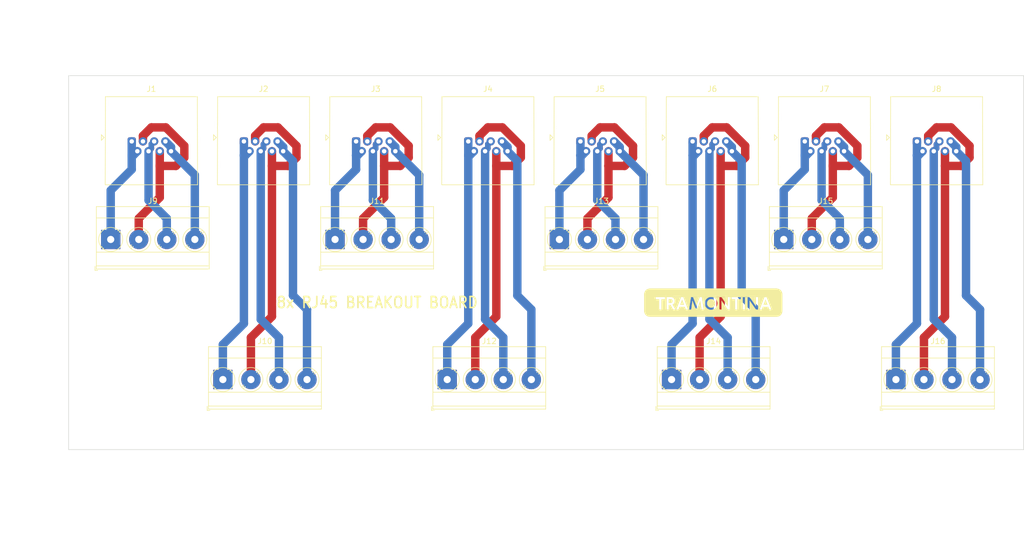
<source format=kicad_pcb>
(kicad_pcb (version 20211014) (generator pcbnew)
  (title_block (title "ESP 6 Relay Module"))
  (layers (0 "F.Cu" signal) (31 "B.Cu" signal) (34 "B.Paste" user) (35 "F.Paste" user) (36 "B.SilkS" user "B.Silkscreen") (37 "F.SilkS" user "F.Silkscreen") (38 "B.Mask" user) (39 "F.Mask" user) (44 "Edge.Cuts" user))
  (net 0 "")
  (net 1 "Net-(J1-Pad1)")
  (net 2 "Net-(J1-Pad3)")
  (net 3 "Net-(J1-Pad4)")
  (net 4 "Net-(J1-Pad7)")
  (net 5 "Net-(J10-Pad4)")
  (net 6 "Net-(J10-Pad2)")
  (net 7 "Net-(J10-Pad3)")
  (net 8 "Net-(J10-Pad1)")
  (net 9 "Net-(J11-Pad1)")
  (net 10 "Net-(J11-Pad2)")
  (net 11 "Net-(J11-Pad3)")
  (net 12 "Net-(J11-Pad4)")
  (net 13 "Net-(J12-Pad4)")
  (net 14 "Net-(J12-Pad2)")
  (net 15 "Net-(J12-Pad3)")
  (net 16 "Net-(J12-Pad1)")
  (net 17 "Net-(J13-Pad1)")
  (net 18 "Net-(J13-Pad2)")
  (net 19 "Net-(J13-Pad3)")
  (net 20 "Net-(J13-Pad4)")
  (net 21 "Net-(J14-Pad4)")
  (net 22 "Net-(J14-Pad2)")
  (net 23 "Net-(J14-Pad3)")
  (net 24 "Net-(J14-Pad1)")
  (net 25 "Net-(J15-Pad1)")
  (net 26 "Net-(J15-Pad2)")
  (net 27 "Net-(J15-Pad3)")
  (net 28 "Net-(J15-Pad4)")
  (net 29 "Net-(J16-Pad4)")
  (net 30 "Net-(J16-Pad2)")
  (net 31 "Net-(J16-Pad3)")
  (net 32 "Net-(J16-Pad1)")
  (footprint "Tales:RJ45_Amphenol_RJHSE5080" (layer "F.Cu") (at 76.2 76.2)
    (fp_text reference "J1" (at 3.56 -9.5) (layer "F.SilkS"))
    (fp_text value "RJ45")
    (pad "" np_thru_hole circle locked (at 9.91 -2.54) (size 3.25 3.25) (drill 3.25) (layers *.Cu *.Mask))
    (pad "" np_thru_hole circle locked (at -2.79 -2.54) (size 3.25 3.25) (drill 3.25) (layers *.Cu *.Mask))
    (pad "1" thru_hole roundrect locked (at 0 0) (size 1.5 1.5) (drill 0.8) (layers *.Cu *.Mask) (net 1 "Net-(J1-Pad1)"))
    (pad "2" thru_hole circle locked (at 1.016 1.78) (size 1.5 1.5) (drill 0.8) (layers *.Cu *.Mask) (net 1 "Net-(J1-Pad1)"))
    (pad "3" thru_hole circle locked (at 2.032 0) (size 1.5 1.5) (drill 0.8) (layers *.Cu *.Mask) (net 2 "Net-(J1-Pad3)"))
    (pad "4" thru_hole circle locked (at 3.048 1.78) (size 1.5 1.5) (drill 0.8) (layers *.Cu *.Mask) (net 3 "Net-(J1-Pad4)"))
    (pad "5" thru_hole circle locked (at 4.064 0) (size 1.5 1.5) (drill 0.8) (layers *.Cu *.Mask) (net 3 "Net-(J1-Pad4)"))
    (pad "6" thru_hole circle locked (at 5.08 1.78) (size 1.5 1.5) (drill 0.8) (layers *.Cu *.Mask) (net 2 "Net-(J1-Pad3)"))
    (pad "7" thru_hole circle locked (at 6.096 0) (size 1.5 1.5) (drill 0.8) (layers *.Cu *.Mask) (net 4 "Net-(J1-Pad7)"))
    (pad "8" thru_hole circle locked (at 7.112 1.78) (size 1.5 1.5) (drill 0.8) (layers *.Cu *.Mask) (net 4 "Net-(J1-Pad7)"))
  )
  (footprint "Tales:RJ45_Amphenol_RJHSE5080" (layer "F.Cu") (at 116.84 76.2)
    (fp_text reference "J3" (at 3.56 -9.5) (layer "F.SilkS"))
    (fp_text value "RJ45")
    (pad "" np_thru_hole circle locked (at -2.79 -2.54) (size 3.25 3.25) (drill 3.25) (layers *.Cu *.Mask))
    (pad "" np_thru_hole circle locked (at 9.91 -2.54) (size 3.25 3.25) (drill 3.25) (layers *.Cu *.Mask))
    (pad "1" thru_hole roundrect locked (at 0 0) (size 1.5 1.5) (drill 0.8) (layers *.Cu *.Mask) (net 9 "Net-(J11-Pad1)"))
    (pad "2" thru_hole circle locked (at 1.016 1.78) (size 1.5 1.5) (drill 0.8) (layers *.Cu *.Mask) (net 9 "Net-(J11-Pad1)"))
    (pad "3" thru_hole circle locked (at 2.032 0) (size 1.5 1.5) (drill 0.8) (layers *.Cu *.Mask) (net 10 "Net-(J11-Pad2)"))
    (pad "4" thru_hole circle locked (at 3.048 1.78) (size 1.5 1.5) (drill 0.8) (layers *.Cu *.Mask) (net 11 "Net-(J11-Pad3)"))
    (pad "5" thru_hole circle locked (at 4.064 0) (size 1.5 1.5) (drill 0.8) (layers *.Cu *.Mask) (net 11 "Net-(J11-Pad3)"))
    (pad "6" thru_hole circle locked (at 5.08 1.78) (size 1.5 1.5) (drill 0.8) (layers *.Cu *.Mask) (net 10 "Net-(J11-Pad2)"))
    (pad "7" thru_hole circle locked (at 6.096 0) (size 1.5 1.5) (drill 0.8) (layers *.Cu *.Mask) (net 12 "Net-(J11-Pad4)"))
    (pad "8" thru_hole circle locked (at 7.112 1.78) (size 1.5 1.5) (drill 0.8) (layers *.Cu *.Mask) (net 12 "Net-(J11-Pad4)"))
  )
  (footprint "Tales:RJ45_Amphenol_RJHSE5080" (layer "F.Cu") (at 137.16 76.2)
    (fp_text reference "J4" (at 3.56 -9.5) (layer "F.SilkS"))
    (fp_text value "RJ45")
    (pad "" np_thru_hole circle locked (at 9.91 -2.54) (size 3.25 3.25) (drill 3.25) (layers *.Cu *.Mask))
    (pad "" np_thru_hole circle locked (at -2.79 -2.54) (size 3.25 3.25) (drill 3.25) (layers *.Cu *.Mask))
    (pad "1" thru_hole roundrect locked (at 0 0) (size 1.5 1.5) (drill 0.8) (layers *.Cu *.Mask) (net 16 "Net-(J12-Pad1)"))
    (pad "2" thru_hole circle locked (at 1.016 1.78) (size 1.5 1.5) (drill 0.8) (layers *.Cu *.Mask) (net 16 "Net-(J12-Pad1)"))
    (pad "3" thru_hole circle locked (at 2.032 0) (size 1.5 1.5) (drill 0.8) (layers *.Cu *.Mask) (net 14 "Net-(J12-Pad2)"))
    (pad "4" thru_hole circle locked (at 3.048 1.78) (size 1.5 1.5) (drill 0.8) (layers *.Cu *.Mask) (net 15 "Net-(J12-Pad3)"))
    (pad "5" thru_hole circle locked (at 4.064 0) (size 1.5 1.5) (drill 0.8) (layers *.Cu *.Mask) (net 15 "Net-(J12-Pad3)"))
    (pad "6" thru_hole circle locked (at 5.08 1.78) (size 1.5 1.5) (drill 0.8) (layers *.Cu *.Mask) (net 14 "Net-(J12-Pad2)"))
    (pad "7" thru_hole circle locked (at 6.096 0) (size 1.5 1.5) (drill 0.8) (layers *.Cu *.Mask) (net 13 "Net-(J12-Pad4)"))
    (pad "8" thru_hole circle locked (at 7.112 1.78) (size 1.5 1.5) (drill 0.8) (layers *.Cu *.Mask) (net 13 "Net-(J12-Pad4)"))
  )
  (footprint "Tales:RJ45_Amphenol_RJHSE5080" (layer "F.Cu") (at 157.48 76.2)
    (fp_text reference "J5" (at 3.56 -9.5) (layer "F.SilkS"))
    (fp_text value "RJ45")
    (pad "" np_thru_hole circle locked (at 9.91 -2.54) (size 3.25 3.25) (drill 3.25) (layers *.Cu *.Mask))
    (pad "" np_thru_hole circle locked (at -2.79 -2.54) (size 3.25 3.25) (drill 3.25) (layers *.Cu *.Mask))
    (pad "1" thru_hole roundrect locked (at 0 0) (size 1.5 1.5) (drill 0.8) (layers *.Cu *.Mask) (net 17 "Net-(J13-Pad1)"))
    (pad "2" thru_hole circle locked (at 1.016 1.78) (size 1.5 1.5) (drill 0.8) (layers *.Cu *.Mask) (net 17 "Net-(J13-Pad1)"))
    (pad "3" thru_hole circle locked (at 2.032 0) (size 1.5 1.5) (drill 0.8) (layers *.Cu *.Mask) (net 18 "Net-(J13-Pad2)"))
    (pad "4" thru_hole circle locked (at 3.048 1.78) (size 1.5 1.5) (drill 0.8) (layers *.Cu *.Mask) (net 19 "Net-(J13-Pad3)"))
    (pad "5" thru_hole circle locked (at 4.064 0) (size 1.5 1.5) (drill 0.8) (layers *.Cu *.Mask) (net 19 "Net-(J13-Pad3)"))
    (pad "6" thru_hole circle locked (at 5.08 1.78) (size 1.5 1.5) (drill 0.8) (layers *.Cu *.Mask) (net 18 "Net-(J13-Pad2)"))
    (pad "7" thru_hole circle locked (at 6.096 0) (size 1.5 1.5) (drill 0.8) (layers *.Cu *.Mask) (net 20 "Net-(J13-Pad4)"))
    (pad "8" thru_hole circle locked (at 7.112 1.78) (size 1.5 1.5) (drill 0.8) (layers *.Cu *.Mask) (net 20 "Net-(J13-Pad4)"))
  )
  (footprint "Tales:RJ45_Amphenol_RJHSE5080" (layer "F.Cu") (at 177.8 76.2)
    (fp_text reference "J6" (at 3.56 -9.5) (layer "F.SilkS"))
    (fp_text value "RJ45")
    (pad "" np_thru_hole circle locked (at 9.91 -2.54) (size 3.25 3.25) (drill 3.25) (layers *.Cu *.Mask))
    (pad "" np_thru_hole circle locked (at -2.79 -2.54) (size 3.25 3.25) (drill 3.25) (layers *.Cu *.Mask))
    (pad "1" thru_hole roundrect locked (at 0 0) (size 1.5 1.5) (drill 0.8) (layers *.Cu *.Mask) (net 24 "Net-(J14-Pad1)"))
    (pad "2" thru_hole circle locked (at 1.016 1.78) (size 1.5 1.5) (drill 0.8) (layers *.Cu *.Mask) (net 24 "Net-(J14-Pad1)"))
    (pad "3" thru_hole circle locked (at 2.032 0) (size 1.5 1.5) (drill 0.8) (layers *.Cu *.Mask) (net 22 "Net-(J14-Pad2)"))
    (pad "4" thru_hole circle locked (at 3.048 1.78) (size 1.5 1.5) (drill 0.8) (layers *.Cu *.Mask) (net 23 "Net-(J14-Pad3)"))
    (pad "5" thru_hole circle locked (at 4.064 0) (size 1.5 1.5) (drill 0.8) (layers *.Cu *.Mask) (net 23 "Net-(J14-Pad3)"))
    (pad "6" thru_hole circle locked (at 5.08 1.78) (size 1.5 1.5) (drill 0.8) (layers *.Cu *.Mask) (net 22 "Net-(J14-Pad2)"))
    (pad "7" thru_hole circle locked (at 6.096 0) (size 1.5 1.5) (drill 0.8) (layers *.Cu *.Mask) (net 21 "Net-(J14-Pad4)"))
    (pad "8" thru_hole circle locked (at 7.112 1.78) (size 1.5 1.5) (drill 0.8) (layers *.Cu *.Mask) (net 21 "Net-(J14-Pad4)"))
  )
  (footprint "Tales:RJ45_Amphenol_RJHSE5080" (layer "F.Cu") (at 198.12 76.2)
    (fp_text reference "J7" (at 3.56 -9.5) (layer "F.SilkS"))
    (fp_text value "RJ45")
    (pad "" np_thru_hole circle locked (at 9.91 -2.54) (size 3.25 3.25) (drill 3.25) (layers *.Cu *.Mask))
    (pad "" np_thru_hole circle locked (at -2.79 -2.54) (size 3.25 3.25) (drill 3.25) (layers *.Cu *.Mask))
    (pad "1" thru_hole roundrect locked (at 0 0) (size 1.5 1.5) (drill 0.8) (layers *.Cu *.Mask) (net 25 "Net-(J15-Pad1)"))
    (pad "2" thru_hole circle locked (at 1.016 1.78) (size 1.5 1.5) (drill 0.8) (layers *.Cu *.Mask) (net 25 "Net-(J15-Pad1)"))
    (pad "3" thru_hole circle locked (at 2.032 0) (size 1.5 1.5) (drill 0.8) (layers *.Cu *.Mask) (net 26 "Net-(J15-Pad2)"))
    (pad "4" thru_hole circle locked (at 3.048 1.78) (size 1.5 1.5) (drill 0.8) (layers *.Cu *.Mask) (net 27 "Net-(J15-Pad3)"))
    (pad "5" thru_hole circle locked (at 4.064 0) (size 1.5 1.5) (drill 0.8) (layers *.Cu *.Mask) (net 27 "Net-(J15-Pad3)"))
    (pad "6" thru_hole circle locked (at 5.08 1.78) (size 1.5 1.5) (drill 0.8) (layers *.Cu *.Mask) (net 26 "Net-(J15-Pad2)"))
    (pad "7" thru_hole circle locked (at 6.096 0) (size 1.5 1.5) (drill 0.8) (layers *.Cu *.Mask) (net 28 "Net-(J15-Pad4)"))
    (pad "8" thru_hole circle locked (at 7.112 1.78) (size 1.5 1.5) (drill 0.8) (layers *.Cu *.Mask) (net 28 "Net-(J15-Pad4)"))
  )
  (footprint "Tales:RJ45_Amphenol_RJHSE5080" (layer "F.Cu") (at 218.44 76.2)
    (fp_text reference "J8" (at 3.56 -9.5) (layer "F.SilkS"))
    (fp_text value "RJ45")
    (pad "" np_thru_hole circle locked (at -2.79 -2.54) (size 3.25 3.25) (drill 3.25) (layers *.Cu *.Mask))
    (pad "" np_thru_hole circle locked (at 9.91 -2.54) (size 3.25 3.25) (drill 3.25) (layers *.Cu *.Mask))
    (pad "1" thru_hole roundrect locked (at 0 0) (size 1.5 1.5) (drill 0.8) (layers *.Cu *.Mask) (net 32 "Net-(J16-Pad1)"))
    (pad "2" thru_hole circle locked (at 1.016 1.78) (size 1.5 1.5) (drill 0.8) (layers *.Cu *.Mask) (net 32 "Net-(J16-Pad1)"))
    (pad "3" thru_hole circle locked (at 2.032 0) (size 1.5 1.5) (drill 0.8) (layers *.Cu *.Mask) (net 30 "Net-(J16-Pad2)"))
    (pad "4" thru_hole circle locked (at 3.048 1.78) (size 1.5 1.5) (drill 0.8) (layers *.Cu *.Mask) (net 31 "Net-(J16-Pad3)"))
    (pad "5" thru_hole circle locked (at 4.064 0) (size 1.5 1.5) (drill 0.8) (layers *.Cu *.Mask) (net 31 "Net-(J16-Pad3)"))
    (pad "6" thru_hole circle locked (at 5.08 1.78) (size 1.5 1.5) (drill 0.8) (layers *.Cu *.Mask) (net 30 "Net-(J16-Pad2)"))
    (pad "7" thru_hole circle locked (at 6.096 0) (size 1.5 1.5) (drill 0.8) (layers *.Cu *.Mask) (net 29 "Net-(J16-Pad4)"))
    (pad "8" thru_hole circle locked (at 7.112 1.78) (size 1.5 1.5) (drill 0.8) (layers *.Cu *.Mask) (net 29 "Net-(J16-Pad4)"))
  )
  (footprint "Tales:TerminalBlock_Phoenix_MKDS-3-4-5.08_1x04_P5.08mm_Horizontal" (layer "F.Cu") (at 92.71 119.38)
    (fp_text reference "J10" (at 7.62 -6.96) (layer "F.SilkS"))
    (fp_text value "Screw_Terminal_01x04")
    (pad "1" thru_hole rect locked (at 0 0) (size 3.5 3.5) (drill 1.3) (layers *.Cu *.Mask) (net 8 "Net-(J10-Pad1)"))
    (pad "2" thru_hole circle locked (at 5.08 0) (size 3.5 3.5) (drill 1.3) (layers *.Cu *.Mask) (net 6 "Net-(J10-Pad2)"))
    (pad "3" thru_hole circle locked (at 10.16 0) (size 3.5 3.5) (drill 1.3) (layers *.Cu *.Mask) (net 7 "Net-(J10-Pad3)"))
    (pad "4" thru_hole circle locked (at 15.24 0) (size 3.5 3.5) (drill 1.3) (layers *.Cu *.Mask) (net 5 "Net-(J10-Pad4)"))
  )
  (footprint "Tales:TerminalBlock_Phoenix_MKDS-3-4-5.08_1x04_P5.08mm_Horizontal" (layer "F.Cu") (at 113.03 93.98)
    (fp_text reference "J11" (at 7.62 -6.96) (layer "F.SilkS"))
    (fp_text value "Screw_Terminal_01x04")
    (pad "1" thru_hole rect locked (at 0 0) (size 3.5 3.5) (drill 1.3) (layers *.Cu *.Mask) (net 9 "Net-(J11-Pad1)"))
    (pad "2" thru_hole circle locked (at 5.08 0) (size 3.5 3.5) (drill 1.3) (layers *.Cu *.Mask) (net 10 "Net-(J11-Pad2)"))
    (pad "3" thru_hole circle locked (at 10.16 0) (size 3.5 3.5) (drill 1.3) (layers *.Cu *.Mask) (net 11 "Net-(J11-Pad3)"))
    (pad "4" thru_hole circle locked (at 15.24 0) (size 3.5 3.5) (drill 1.3) (layers *.Cu *.Mask) (net 12 "Net-(J11-Pad4)"))
  )
  (footprint "Tales:TerminalBlock_Phoenix_MKDS-3-4-5.08_1x04_P5.08mm_Horizontal" (layer "F.Cu") (at 133.35 119.38)
    (fp_text reference "J12" (at 7.62 -6.96) (layer "F.SilkS"))
    (fp_text value "Screw_Terminal_01x04")
    (pad "1" thru_hole rect locked (at 0 0) (size 3.5 3.5) (drill 1.3) (layers *.Cu *.Mask) (net 16 "Net-(J12-Pad1)"))
    (pad "2" thru_hole circle locked (at 5.08 0) (size 3.5 3.5) (drill 1.3) (layers *.Cu *.Mask) (net 14 "Net-(J12-Pad2)"))
    (pad "3" thru_hole circle locked (at 10.16 0) (size 3.5 3.5) (drill 1.3) (layers *.Cu *.Mask) (net 15 "Net-(J12-Pad3)"))
    (pad "4" thru_hole circle locked (at 15.24 0) (size 3.5 3.5) (drill 1.3) (layers *.Cu *.Mask) (net 13 "Net-(J12-Pad4)"))
  )
  (footprint "Tales:TerminalBlock_Phoenix_MKDS-3-4-5.08_1x04_P5.08mm_Horizontal" (layer "F.Cu") (at 153.67 93.98)
    (fp_text reference "J13" (at 7.62 -6.96) (layer "F.SilkS"))
    (fp_text value "Screw_Terminal_01x04")
    (pad "1" thru_hole rect locked (at 0 0) (size 3.5 3.5) (drill 1.3) (layers *.Cu *.Mask) (net 17 "Net-(J13-Pad1)"))
    (pad "2" thru_hole circle locked (at 5.08 0) (size 3.5 3.5) (drill 1.3) (layers *.Cu *.Mask) (net 18 "Net-(J13-Pad2)"))
    (pad "3" thru_hole circle locked (at 10.16 0) (size 3.5 3.5) (drill 1.3) (layers *.Cu *.Mask) (net 19 "Net-(J13-Pad3)"))
    (pad "4" thru_hole circle locked (at 15.24 0) (size 3.5 3.5) (drill 1.3) (layers *.Cu *.Mask) (net 20 "Net-(J13-Pad4)"))
  )
  (footprint "Tales:TerminalBlock_Phoenix_MKDS-3-4-5.08_1x04_P5.08mm_Horizontal" (layer "F.Cu") (at 173.99 119.38)
    (fp_text reference "J14" (at 7.62 -6.96) (layer "F.SilkS"))
    (fp_text value "Screw_Terminal_01x04")
    (pad "1" thru_hole rect locked (at 0 0) (size 3.5 3.5) (drill 1.3) (layers *.Cu *.Mask) (net 24 "Net-(J14-Pad1)"))
    (pad "2" thru_hole circle locked (at 5.08 0) (size 3.5 3.5) (drill 1.3) (layers *.Cu *.Mask) (net 22 "Net-(J14-Pad2)"))
    (pad "3" thru_hole circle locked (at 10.16 0) (size 3.5 3.5) (drill 1.3) (layers *.Cu *.Mask) (net 23 "Net-(J14-Pad3)"))
    (pad "4" thru_hole circle locked (at 15.24 0) (size 3.5 3.5) (drill 1.3) (layers *.Cu *.Mask) (net 21 "Net-(J14-Pad4)"))
  )
  (footprint "Tales:TerminalBlock_Phoenix_MKDS-3-4-5.08_1x04_P5.08mm_Horizontal" (layer "F.Cu") (at 194.31 93.98)
    (fp_text reference "J15" (at 7.62 -6.96) (layer "F.SilkS"))
    (fp_text value "Screw_Terminal_01x04")
    (pad "1" thru_hole rect locked (at 0 0) (size 3.5 3.5) (drill 1.3) (layers *.Cu *.Mask) (net 25 "Net-(J15-Pad1)"))
    (pad "2" thru_hole circle locked (at 5.08 0) (size 3.5 3.5) (drill 1.3) (layers *.Cu *.Mask) (net 26 "Net-(J15-Pad2)"))
    (pad "3" thru_hole circle locked (at 10.16 0) (size 3.5 3.5) (drill 1.3) (layers *.Cu *.Mask) (net 27 "Net-(J15-Pad3)"))
    (pad "4" thru_hole circle locked (at 15.24 0) (size 3.5 3.5) (drill 1.3) (layers *.Cu *.Mask) (net 28 "Net-(J15-Pad4)"))
  )
  (footprint "Tales:TerminalBlock_Phoenix_MKDS-3-4-5.08_1x04_P5.08mm_Horizontal" (layer "F.Cu") (at 214.63 119.38)
    (fp_text reference "J16" (at 7.62 -6.96) (layer "F.SilkS"))
    (fp_text value "Screw_Terminal_01x04")
    (pad "1" thru_hole rect locked (at 0 0) (size 3.5 3.5) (drill 1.3) (layers *.Cu *.Mask) (net 32 "Net-(J16-Pad1)"))
    (pad "2" thru_hole circle locked (at 5.08 0) (size 3.5 3.5) (drill 1.3) (layers *.Cu *.Mask) (net 30 "Net-(J16-Pad2)"))
    (pad "3" thru_hole circle locked (at 10.16 0) (size 3.5 3.5) (drill 1.3) (layers *.Cu *.Mask) (net 31 "Net-(J16-Pad3)"))
    (pad "4" thru_hole circle locked (at 15.24 0) (size 3.5 3.5) (drill 1.3) (layers *.Cu *.Mask) (net 29 "Net-(J16-Pad4)"))
  )
  (footprint "Tales:RJ45_Amphenol_RJHSE5080" (layer "F.Cu") (at 96.52 76.2)
    (fp_text reference "J2" (at 3.56 -9.5) (layer "F.SilkS"))
    (fp_text value "RJ45")
    (pad "" np_thru_hole circle locked (at 9.91 -2.54) (size 3.25 3.25) (drill 3.25) (layers *.Cu *.Mask))
    (pad "" np_thru_hole circle locked (at -2.79 -2.54) (size 3.25 3.25) (drill 3.25) (layers *.Cu *.Mask))
    (pad "1" thru_hole roundrect locked (at 0 0) (size 1.5 1.5) (drill 0.8) (layers *.Cu *.Mask) (net 8 "Net-(J10-Pad1)"))
    (pad "2" thru_hole circle locked (at 1.016 1.78) (size 1.5 1.5) (drill 0.8) (layers *.Cu *.Mask) (net 8 "Net-(J10-Pad1)"))
    (pad "3" thru_hole circle locked (at 2.032 0) (size 1.5 1.5) (drill 0.8) (layers *.Cu *.Mask) (net 6 "Net-(J10-Pad2)"))
    (pad "4" thru_hole circle locked (at 3.048 1.78) (size 1.5 1.5) (drill 0.8) (layers *.Cu *.Mask) (net 7 "Net-(J10-Pad3)"))
    (pad "5" thru_hole circle locked (at 4.064 0) (size 1.5 1.5) (drill 0.8) (layers *.Cu *.Mask) (net 7 "Net-(J10-Pad3)"))
    (pad "6" thru_hole circle locked (at 5.08 1.78) (size 1.5 1.5) (drill 0.8) (layers *.Cu *.Mask) (net 6 "Net-(J10-Pad2)"))
    (pad "7" thru_hole circle locked (at 6.096 0) (size 1.5 1.5) (drill 0.8) (layers *.Cu *.Mask) (net 5 "Net-(J10-Pad4)"))
    (pad "8" thru_hole circle locked (at 7.112 1.78) (size 1.5 1.5) (drill 0.8) (layers *.Cu *.Mask) (net 5 "Net-(J10-Pad4)"))
  )
  (footprint "Tales:TerminalBlock_Phoenix_MKDS-3-4-5.08_1x04_P5.08mm_Horizontal" (layer "F.Cu") (at 72.39 93.98)
    (fp_text reference "J9" (at 7.62 -6.96) (layer "F.SilkS"))
    (fp_text value "Screw_Terminal_01x04")
    (pad "1" thru_hole rect locked (at 0 0) (size 3.5 3.5) (drill 1.3) (layers *.Cu *.Mask) (net 1 "Net-(J1-Pad1)"))
    (pad "2" thru_hole circle locked (at 5.08 0) (size 3.5 3.5) (drill 1.3) (layers *.Cu *.Mask) (net 2 "Net-(J1-Pad3)"))
    (pad "3" thru_hole circle locked (at 10.16 0) (size 3.5 3.5) (drill 1.3) (layers *.Cu *.Mask) (net 3 "Net-(J1-Pad4)"))
    (pad "4" thru_hole circle locked (at 15.24 0) (size 3.5 3.5) (drill 1.3) (layers *.Cu *.Mask) (net 4 "Net-(J1-Pad7)"))
  )
  (footprint "Tales:Logo_Tramontina_25mm" (layer "F.Cu") (at 181.61 105.41)
    (fp_text reference "REF**" hide)
    (fp_text value "Logo_Tramontina_25mm" hide)
  )
  (gr_line (start 64.77 132.08) (end 237.77 132.08) (layer "Edge.Cuts") (width 0.1))
  (gr_line (start 237.77 64.28) (end 64.77 64.28) (layer "Edge.Cuts") (width 0.1))
  (gr_line (start 64.77 64.28) (end 64.77 132.08) (layer "Edge.Cuts") (width 0.1))
  (gr_line (start 237.77 132.08) (end 237.77 64.28) (layer "Edge.Cuts") (width 0.1))
  (gr_text "8x RJ45 BREAKOUT BOARD" (at 120.65 105.41) (layer "F.SilkS") (effects (font (size 2 1.8) (thickness 0.3))))
  (segment (start 76.456 78.74) (end 76.2 78.74) (width 1.524) (layer "B.Cu") (net 1))
  (segment (start 76.2 78.74) (end 76.2 76.2) (width 1.524) (layer "B.Cu") (net 1))
  (segment (start 77.216 77.98) (end 76.456 78.74) (width 1.524) (layer "B.Cu") (net 1))
  (segment (start 72.39 85.09) (end 72.39 93.98) (width 1.524) (layer "B.Cu") (net 1))
  (segment (start 76.2 81.28) (end 72.39 85.09) (width 1.524) (layer "B.Cu") (net 1))
  (segment (start 76.2 81.28) (end 76.2 78.74) (width 1.524) (layer "B.Cu") (net 1))
  (segment (start 78.232 76.2) (end 78.232 75.184) (width 1.524) (layer "F.Cu") (net 2))
  (segment (start 82.369682 73.66) (end 85.725 77.015318) (width 1.524) (layer "F.Cu") (net 2))
  (segment (start 84.201 80.645) (end 81.28 80.645) (width 1.524) (layer "F.Cu") (net 2))
  (segment (start 81.28 86.36) (end 81.28 80.645) (width 1.524) (layer "F.Cu") (net 2))
  (segment (start 77.47 93.98) (end 77.47 90.17) (width 1.524) (layer "F.Cu") (net 2))
  (segment (start 79.756 73.66) (end 82.369682 73.66) (width 1.524) (layer "F.Cu") (net 2))
  (segment (start 78.232 75.184) (end 79.756 73.66) (width 1.524) (layer "F.Cu") (net 2))
  (segment (start 85.725 79.121) (end 84.201 80.645) (width 1.524) (layer "F.Cu") (net 2))
  (segment (start 77.47 90.17) (end 81.28 86.36) (width 1.524) (layer "F.Cu") (net 2))
  (segment (start 85.725 77.015318) (end 85.725 79.121) (width 1.524) (layer "F.Cu") (net 2))
  (segment (start 81.28 80.645) (end 81.28 77.98) (width 1.524) (layer "F.Cu") (net 2))
  (segment (start 79.744001 76.719999) (end 80.264 76.2) (width 1.016) (layer "F.Cu") (net 3))
  (segment (start 79.248 77.98) (end 79.744001 77.483999) (width 1.016) (layer "F.Cu") (net 3))
  (segment (start 79.744001 77.483999) (end 79.744001 76.719999) (width 1.016) (layer "F.Cu") (net 3))
  (segment (start 79.744001 77.483999) (end 79.744001 76.719999) (width 1.016) (layer "B.Cu") (net 3))
  (segment (start 79.248 77.98) (end 79.744001 77.483999) (width 1.016) (layer "B.Cu") (net 3))
  (segment (start 79.744001 76.719999) (end 80.264 76.2) (width 1.016) (layer "B.Cu") (net 3))
  (segment (start 79.248 77.98) (end 79.248 86.868) (width 1.524) (layer "B.Cu") (net 3))
  (segment (start 79.248 86.868) (end 82.55 90.17) (width 1.524) (layer "B.Cu") (net 3))
  (segment (start 82.55 90.17) (end 82.55 93.98) (width 1.524) (layer "B.Cu") (net 3))
  (segment (start 83.312 77.98) (end 83.312 77.216) (width 1.524) (layer "B.Cu") (net 4))
  (segment (start 83.312 77.216) (end 82.296 76.2) (width 1.524) (layer "B.Cu") (net 4))
  (segment (start 87.63 82.298) (end 87.63 93.98) (width 1.524) (layer "B.Cu") (net 4))
  (segment (start 83.312 77.98) (end 87.63 82.298) (width 1.524) (layer "B.Cu") (net 4))
  (segment (start 107.95 119.38) (end 107.95 106.68) (width 1.524) (layer "B.Cu") (net 5))
  (segment (start 105.41 104.14) (end 105.41 79.758) (width 1.524) (layer "B.Cu") (net 5))
  (segment (start 103.632 77.98) (end 103.632 77.216) (width 1.524) (layer "B.Cu") (net 5))
  (segment (start 103.632 77.216) (end 102.616 76.2) (width 1.524) (layer "B.Cu") (net 5))
  (segment (start 105.41 79.758) (end 103.632 77.98) (width 1.524) (layer "B.Cu") (net 5))
  (segment (start 107.95 106.68) (end 105.41 104.14) (width 1.524) (layer "B.Cu") (net 5))
  (segment (start 98.552 76.2) (end 98.552 75.184) (width 1.524) (layer "F.Cu") (net 6))
  (segment (start 98.552 75.184) (end 100.076 73.66) (width 1.524) (layer "F.Cu") (net 6))
  (segment (start 100.076 73.66) (end 102.689682 73.66) (width 1.524) (layer "F.Cu") (net 6))
  (segment (start 104.521 80.645) (end 101.6 80.645) (width 1.524) (layer "F.Cu") (net 6))
  (segment (start 102.689682 73.66) (end 106.045 77.015318) (width 1.524) (layer "F.Cu") (net 6))
  (segment (start 106.045 79.121) (end 104.521 80.645) (width 1.524) (layer "F.Cu") (net 6))
  (segment (start 106.045 77.015318) (end 106.045 79.121) (width 1.524) (layer "F.Cu") (net 6))
  (segment (start 101.6 107.95) (end 101.6 77.98) (width 1.524) (layer "F.Cu") (net 6))
  (segment (start 97.79 119.38) (end 97.79 111.76) (width 1.524) (layer "F.Cu") (net 6))
  (segment (start 97.79 111.76) (end 101.6 107.95) (width 1.524) (layer "F.Cu") (net 6))
  (segment (start 100.064001 76.719999) (end 100.584 76.2) (width 1.016) (layer "F.Cu") (net 7))
  (segment (start 99.568 77.98) (end 100.064001 77.483999) (width 1.016) (layer "F.Cu") (net 7))
  (segment (start 100.064001 77.483999) (end 100.064001 76.719999) (width 1.016) (layer "F.Cu") (net 7))
  (segment (start 102.87 111.76) (end 102.87 119.38) (width 1.524) (layer "B.Cu") (net 7))
  (segment (start 99.568 108.458) (end 102.87 111.76) (width 1.524) (layer "B.Cu") (net 7))
  (segment (start 100.064001 77.483999) (end 100.064001 76.719999) (width 1.016) (layer "B.Cu") (net 7))
  (segment (start 100.064001 76.719999) (end 100.584 76.2) (width 1.016) (layer "B.Cu") (net 7))
  (segment (start 99.568 108.458) (end 99.568 77.98) (width 1.524) (layer "B.Cu") (net 7))
  (segment (start 99.568 77.98) (end 100.064001 77.483999) (width 1.016) (layer "B.Cu") (net 7))
  (segment (start 96.52 109.22) (end 96.52 78.74) (width 1.524) (layer "B.Cu") (net 8))
  (segment (start 97.536 77.98) (end 96.776 78.74) (width 1.524) (layer "B.Cu") (net 8))
  (segment (start 92.71 119.38) (end 92.71 113.03) (width 1.524) (layer "B.Cu") (net 8))
  (segment (start 96.52 78.74) (end 96.52 76.2) (width 1.524) (layer "B.Cu") (net 8))
  (segment (start 92.71 113.03) (end 96.52 109.22) (width 1.524) (layer "B.Cu") (net 8))
  (segment (start 96.776 78.74) (end 96.52 78.74) (width 1.524) (layer "B.Cu") (net 8))
  (segment (start 116.84 81.28) (end 113.03 85.09) (width 1.524) (layer "B.Cu") (net 9))
  (segment (start 116.84 78.74) (end 116.84 76.2) (width 1.524) (layer "B.Cu") (net 9))
  (segment (start 113.03 85.09) (end 113.03 93.98) (width 1.524) (layer "B.Cu") (net 9))
  (segment (start 117.096 78.74) (end 116.84 78.74) (width 1.524) (layer "B.Cu") (net 9))
  (segment (start 116.84 81.28) (end 116.84 78.74) (width 1.524) (layer "B.Cu") (net 9))
  (segment (start 117.856 77.98) (end 117.096 78.74) (width 1.524) (layer "B.Cu") (net 9))
  (segment (start 121.92 80.645) (end 121.92 77.98) (width 1.524) (layer "F.Cu") (net 10))
  (segment (start 121.92 86.36) (end 121.92 80.645) (width 1.524) (layer "F.Cu") (net 10))
  (segment (start 118.872 76.2) (end 118.872 75.184) (width 1.524) (layer "F.Cu") (net 10))
  (segment (start 118.872 75.184) (end 120.396 73.66) (width 1.524) (layer "F.Cu") (net 10))
  (segment (start 120.396 73.66) (end 123.009682 73.66) (width 1.524) (layer "F.Cu") (net 10))
  (segment (start 118.11 93.98) (end 118.11 90.17) (width 1.524) (layer "F.Cu") (net 10))
  (segment (start 118.11 90.17) (end 121.92 86.36) (width 1.524) (layer "F.Cu") (net 10))
  (segment (start 126.365 79.121) (end 124.841 80.645) (width 1.524) (layer "F.Cu") (net 10))
  (segment (start 126.365 77.015318) (end 126.365 79.121) (width 1.524) (layer "F.Cu") (net 10))
  (segment (start 123.009682 73.66) (end 126.365 77.015318) (width 1.524) (layer "F.Cu") (net 10))
  (segment (start 124.841 80.645) (end 121.92 80.645) (width 1.524) (layer "F.Cu") (net 10))
  (segment (start 120.384001 76.719999) (end 120.904 76.2) (width 1.016) (layer "F.Cu") (net 11))
  (segment (start 120.384001 77.483999) (end 120.384001 76.719999) (width 1.016) (layer "F.Cu") (net 11))
  (segment (start 119.888 77.98) (end 120.384001 77.483999) (width 1.016) (layer "F.Cu") (net 11))
  (segment (start 123.19 90.17) (end 123.19 93.98) (width 1.524) (layer "B.Cu") (net 11))
  (segment (start 119.888 86.868) (end 123.19 90.17) (width 1.524) (layer "B.Cu") (net 11))
  (segment (start 119.888 77.98) (end 119.888 86.868) (width 1.524) (layer "B.Cu") (net 11))
  (segment (start 120.384001 77.483999) (end 120.384001 76.719999) (width 1.016) (layer "B.Cu") (net 11))
  (segment (start 119.888 77.98) (end 120.384001 77.483999) (width 1.016) (layer "B.Cu") (net 11))
  (segment (start 120.384001 76.719999) (end 120.904 76.2) (width 1.016) (layer "B.Cu") (net 11))
  (segment (start 123.952 77.98) (end 128.27 82.298) (width 1.524) (layer "B.Cu") (net 12))
  (segment (start 128.27 82.298) (end 128.27 93.98) (width 1.524) (layer "B.Cu") (net 12))
  (segment (start 123.952 77.98) (end 123.952 77.216) (width 1.524) (layer "B.Cu") (net 12))
  (segment (start 123.952 77.216) (end 122.936 76.2) (width 1.524) (layer "B.Cu") (net 12))
  (segment (start 146.05 79.758) (end 144.272 77.98) (width 1.524) (layer "B.Cu") (net 13))
  (segment (start 144.272 77.216) (end 143.256 76.2) (width 1.524) (layer "B.Cu") (net 13))
  (segment (start 148.59 119.38) (end 148.59 106.68) (width 1.524) (layer "B.Cu") (net 13))
  (segment (start 146.05 104.14) (end 146.05 79.758) (width 1.524) (layer "B.Cu") (net 13))
  (segment (start 148.59 106.68) (end 146.05 104.14) (width 1.524) (layer "B.Cu") (net 13))
  (segment (start 144.272 77.98) (end 144.272 77.216) (width 1.524) (layer "B.Cu") (net 13))
  (segment (start 138.43 119.38) (end 138.43 111.76) (width 1.524) (layer "F.Cu") (net 14))
  (segment (start 139.192 75.184) (end 140.716 73.66) (width 1.524) (layer "F.Cu") (net 14))
  (segment (start 138.43 111.76) (end 142.24 107.95) (width 1.524) (layer "F.Cu") (net 14))
  (segment (start 140.716 73.66) (end 143.329682 73.66) (width 1.524) (layer "F.Cu") (net 14))
  (segment (start 142.24 107.95) (end 142.24 77.98) (width 1.524) (layer "F.Cu") (net 14))
  (segment (start 139.192 76.2) (end 139.192 75.184) (width 1.524) (layer "F.Cu") (net 14))
  (segment (start 145.161 80.645) (end 142.24 80.645) (width 1.524) (layer "F.Cu") (net 14))
  (segment (start 143.329682 73.66) (end 146.685 77.015318) (width 1.524) (layer "F.Cu") (net 14))
  (segment (start 146.685 79.121) (end 145.161 80.645) (width 1.524) (layer "F.Cu") (net 14))
  (segment (start 146.685 77.015318) (end 146.685 79.121) (width 1.524) (layer "F.Cu") (net 14))
  (segment (start 140.208 77.98) (end 140.704001 77.483999) (width 1.016) (layer "F.Cu") (net 15))
  (segment (start 140.704001 76.719999) (end 141.224 76.2) (width 1.016) (layer "F.Cu") (net 15))
  (segment (start 140.704001 77.483999) (end 140.704001 76.719999) (width 1.016) (layer "F.Cu") (net 15))
  (segment (start 140.704001 77.483999) (end 140.704001 76.719999) (width 1.016) (layer "B.Cu") (net 15))
  (segment (start 140.208 77.98) (end 140.704001 77.483999) (width 1.016) (layer "B.Cu") (net 15))
  (segment (start 140.704001 76.719999) (end 141.224 76.2) (width 1.016) (layer "B.Cu") (net 15))
  (segment (start 143.51 111.76) (end 143.51 119.38) (width 1.524) (layer "B.Cu") (net 15))
  (segment (start 140.208 108.458) (end 143.51 111.76) (width 1.524) (layer "B.Cu") (net 15))
  (segment (start 140.208 108.458) (end 140.208 77.98) (width 1.524) (layer "B.Cu") (net 15))
  (segment (start 133.35 113.03) (end 137.16 109.22) (width 1.524) (layer "B.Cu") (net 16))
  (segment (start 133.35 119.38) (end 133.35 113.03) (width 1.524) (layer "B.Cu") (net 16))
  (segment (start 137.416 78.74) (end 137.16 78.74) (width 1.524) (layer "B.Cu") (net 16))
  (segment (start 137.16 109.22) (end 137.16 78.74) (width 1.524) (layer "B.Cu") (net 16))
  (segment (start 137.16 78.74) (end 137.16 76.2) (width 1.524) (layer "B.Cu") (net 16))
  (segment (start 138.176 77.98) (end 137.416 78.74) (width 1.524) (layer "B.Cu") (net 16))
  (segment (start 153.67 85.09) (end 153.67 93.98) (width 1.524) (layer "B.Cu") (net 17))
  (segment (start 158.496 77.98) (end 157.736 78.74) (width 1.524) (layer "B.Cu") (net 17))
  (segment (start 157.48 78.74) (end 157.48 76.2) (width 1.524) (layer "B.Cu") (net 17))
  (segment (start 157.48 81.28) (end 157.48 78.74) (width 1.524) (layer "B.Cu") (net 17))
  (segment (start 157.736 78.74) (end 157.48 78.74) (width 1.524) (layer "B.Cu") (net 17))
  (segment (start 157.48 81.28) (end 153.67 85.09) (width 1.524) (layer "B.Cu") (net 17))
  (segment (start 163.649682 73.66) (end 167.005 77.015318) (width 1.524) (layer "F.Cu") (net 18))
  (segment (start 167.005 77.015318) (end 167.005 79.121) (width 1.524) (layer "F.Cu") (net 18))
  (segment (start 167.005 79.121) (end 165.481 80.645) (width 1.524) (layer "F.Cu") (net 18))
  (segment (start 162.56 80.645) (end 162.56 77.98) (width 1.524) (layer "F.Cu") (net 18))
  (segment (start 158.75 90.17) (end 162.56 86.36) (width 1.524) (layer "F.Cu") (net 18))
  (segment (start 159.512 75.184) (end 161.036 73.66) (width 1.524) (layer "F.Cu") (net 18))
  (segment (start 159.512 76.2) (end 159.512 75.184) (width 1.524) (layer "F.Cu") (net 18))
  (segment (start 165.481 80.645) (end 162.56 80.645) (width 1.524) (layer "F.Cu") (net 18))
  (segment (start 158.75 93.98) (end 158.75 90.17) (width 1.524) (layer "F.Cu") (net 18))
  (segment (start 161.036 73.66) (end 163.649682 73.66) (width 1.524) (layer "F.Cu") (net 18))
  (segment (start 162.56 86.36) (end 162.56 80.645) (width 1.524) (layer "F.Cu") (net 18))
  (segment (start 161.024001 76.719999) (end 161.544 76.2) (width 1.016) (layer "F.Cu") (net 19))
  (segment (start 161.024001 77.483999) (end 161.024001 76.719999) (width 1.016) (layer "F.Cu") (net 19))
  (segment (start 160.528 77.98) (end 161.024001 77.483999) (width 1.016) (layer "F.Cu") (net 19))
  (segment (start 161.024001 77.483999) (end 161.024001 76.719999) (width 1.016) (layer "B.Cu") (net 19))
  (segment (start 160.528 77.98) (end 160.528 86.868) (width 1.524) (layer "B.Cu") (net 19))
  (segment (start 163.83 90.17) (end 163.83 93.98) (width 1.524) (layer "B.Cu") (net 19))
  (segment (start 160.528 86.868) (end 163.83 90.17) (width 1.524) (layer "B.Cu") (net 19))
  (segment (start 161.024001 76.719999) (end 161.544 76.2) (width 1.016) (layer "B.Cu") (net 19))
  (segment (start 160.528 77.98) (end 161.024001 77.483999) (width 1.016) (layer "B.Cu") (net 19))
  (segment (start 164.592 77.98) (end 164.592 77.216) (width 1.524) (layer "B.Cu") (net 20))
  (segment (start 164.592 77.216) (end 163.576 76.2) (width 1.524) (layer "B.Cu") (net 20))
  (segment (start 164.592 77.98) (end 168.91 82.298) (width 1.524) (layer "B.Cu") (net 20))
  (segment (start 168.91 82.298) (end 168.91 93.98) (width 1.524) (layer "B.Cu") (net 20))
  (segment (start 184.912 77.98) (end 184.912 77.216) (width 1.524) (layer "B.Cu") (net 21))
  (segment (start 189.23 106.68) (end 186.69 104.14) (width 1.524) (layer "B.Cu") (net 21))
  (segment (start 186.69 104.14) (end 186.69 79.758) (width 1.524) (layer "B.Cu") (net 21))
  (segment (start 186.69 79.758) (end 184.912 77.98) (width 1.524) (layer "B.Cu") (net 21))
  (segment (start 184.912 77.216) (end 183.896 76.2) (width 1.524) (layer "B.Cu") (net 21))
  (segment (start 189.23 119.38) (end 189.23 106.68) (width 1.524) (layer "B.Cu") (net 21))
  (segment (start 179.832 76.2) (end 179.832 75.184) (width 1.524) (layer "F.Cu") (net 22))
  (segment (start 182.88 107.95) (end 182.88 77.98) (width 1.524) (layer "F.Cu") (net 22))
  (segment (start 179.832 75.184) (end 181.356 73.66) (width 1.524) (layer "F.Cu") (net 22))
  (segment (start 181.356 73.66) (end 183.969682 73.66) (width 1.524) (layer "F.Cu") (net 22))
  (segment (start 183.969682 73.66) (end 187.325 77.015318) (width 1.524) (layer "F.Cu") (net 22))
  (segment (start 185.801 80.645) (end 182.88 80.645) (width 1.524) (layer "F.Cu") (net 22))
  (segment (start 187.325 77.015318) (end 187.325 79.121) (width 1.524) (layer "F.Cu") (net 22))
  (segment (start 187.325 79.121) (end 185.801 80.645) (width 1.524) (layer "F.Cu") (net 22))
  (segment (start 179.07 119.38) (end 179.07 111.76) (width 1.524) (layer "F.Cu") (net 22))
  (segment (start 179.07 111.76) (end 182.88 107.95) (width 1.524) (layer "F.Cu") (net 22))
  (segment (start 181.344001 77.483999) (end 181.344001 76.719999) (width 1.016) (layer "F.Cu") (net 23))
  (segment (start 181.344001 76.719999) (end 181.864 76.2) (width 1.016) (layer "F.Cu") (net 23))
  (segment (start 180.848 77.98) (end 181.344001 77.483999) (width 1.016) (layer "F.Cu") (net 23))
  (segment (start 180.848 108.458) (end 180.848 77.98) (width 1.524) (layer "B.Cu") (net 23))
  (segment (start 180.848 108.458) (end 184.15 111.76) (width 1.524) (layer "B.Cu") (net 23))
  (segment (start 181.344001 76.719999) (end 181.864 76.2) (width 1.016) (layer "B.Cu") (net 23))
  (segment (start 180.848 77.98) (end 181.344001 77.483999) (width 1.016) (layer "B.Cu") (net 23))
  (segment (start 181.344001 77.483999) (end 181.344001 76.719999) (width 1.016) (layer "B.Cu") (net 23))
  (segment (start 184.15 111.76) (end 184.15 119.38) (width 1.524) (layer "B.Cu") (net 23))
  (segment (start 178.816 77.98) (end 178.056 78.74) (width 1.524) (layer "B.Cu") (net 24))
  (segment (start 173.99 113.03) (end 177.8 109.22) (width 1.524) (layer "B.Cu") (net 24))
  (segment (start 177.8 78.74) (end 177.8 76.2) (width 1.524) (layer "B.Cu") (net 24))
  (segment (start 178.056 78.74) (end 177.8 78.74) (width 1.524) (layer "B.Cu") (net 24))
  (segment (start 177.8 109.22) (end 177.8 78.74) (width 1.524) (layer "B.Cu") (net 24))
  (segment (start 173.99 119.38) (end 173.99 113.03) (width 1.524) (layer "B.Cu") (net 24))
  (segment (start 194.31 85.09) (end 194.31 93.98) (width 1.524) (layer "B.Cu") (net 25))
  (segment (start 199.136 77.98) (end 198.376 78.74) (width 1.524) (layer "B.Cu") (net 25))
  (segment (start 198.12 78.74) (end 198.12 76.2) (width 1.524) (layer "B.Cu") (net 25))
  (segment (start 198.12 81.28) (end 198.12 78.74) (width 1.524) (layer "B.Cu") (net 25))
  (segment (start 198.12 81.28) (end 194.31 85.09) (width 1.524) (layer "B.Cu") (net 25))
  (segment (start 198.376 78.74) (end 198.12 78.74) (width 1.524) (layer "B.Cu") (net 25))
  (segment (start 201.676 73.66) (end 204.289682 73.66) (width 1.524) (layer "F.Cu") (net 26))
  (segment (start 199.39 90.17) (end 203.2 86.36) (width 1.524) (layer "F.Cu") (net 26))
  (segment (start 204.289682 73.66) (end 207.645 77.015318) (width 1.524) (layer "F.Cu") (net 26))
  (segment (start 207.645 79.121) (end 206.121 80.645) (width 1.524) (layer "F.Cu") (net 26))
  (segment (start 203.2 80.645) (end 203.2 77.98) (width 1.524) (layer "F.Cu") (net 26))
  (segment (start 206.121 80.645) (end 203.2 80.645) (width 1.524) (layer "F.Cu") (net 26))
  (segment (start 203.2 86.36) (end 203.2 80.645) (width 1.524) (layer "F.Cu") (net 26))
  (segment (start 207.645 77.015318) (end 207.645 79.121) (width 1.524) (layer "F.Cu") (net 26))
  (segment (start 200.152 75.184) (end 201.676 73.66) (width 1.524) (layer "F.Cu") (net 26))
  (segment (start 200.152 76.2) (end 200.152 75.184) (width 1.524) (layer "F.Cu") (net 26))
  (segment (start 199.39 93.98) (end 199.39 90.17) (width 1.524) (layer "F.Cu") (net 26))
  (segment (start 201.664001 76.719999) (end 202.184 76.2) (width 1.016) (layer "F.Cu") (net 27))
  (segment (start 201.168 77.98) (end 201.664001 77.483999) (width 1.016) (layer "F.Cu") (net 27))
  (segment (start 201.664001 77.483999) (end 201.664001 76.719999) (width 1.016) (layer "F.Cu") (net 27))
  (segment (start 201.168 77.98) (end 201.168 86.868) (width 1.524) (layer "B.Cu") (net 27))
  (segment (start 201.168 77.98) (end 201.664001 77.483999) (width 1.016) (layer "B.Cu") (net 27))
  (segment (start 201.664001 76.719999) (end 202.184 76.2) (width 1.016) (layer "B.Cu") (net 27))
  (segment (start 201.664001 77.483999) (end 201.664001 76.719999) (width 1.016) (layer "B.Cu") (net 27))
  (segment (start 204.47 90.17) (end 204.47 93.98) (width 1.524) (layer "B.Cu") (net 27))
  (segment (start 201.168 86.868) (end 204.47 90.17) (width 1.524) (layer "B.Cu") (net 27))
  (segment (start 205.232 77.98) (end 209.55 82.298) (width 1.524) (layer "B.Cu") (net 28))
  (segment (start 209.55 82.298) (end 209.55 93.98) (width 1.524) (layer "B.Cu") (net 28))
  (segment (start 205.232 77.216) (end 204.216 76.2) (width 1.524) (layer "B.Cu") (net 28))
  (segment (start 205.232 77.98) (end 205.232 77.216) (width 1.524) (layer "B.Cu") (net 28))
  (segment (start 225.552 77.216) (end 224.536 76.2) (width 1.524) (layer "B.Cu") (net 29))
  (segment (start 229.87 106.68) (end 227.33 104.14) (width 1.524) (layer "B.Cu") (net 29))
  (segment (start 227.33 104.14) (end 227.33 79.758) (width 1.524) (layer "B.Cu") (net 29))
  (segment (start 225.552 77.98) (end 225.552 77.216) (width 1.524) (layer "B.Cu") (net 29))
  (segment (start 229.87 119.38) (end 229.87 106.68) (width 1.524) (layer "B.Cu") (net 29))
  (segment (start 227.33 79.758) (end 225.552 77.98) (width 1.524) (layer "B.Cu") (net 29))
  (segment (start 220.472 75.184) (end 221.996 73.66) (width 1.524) (layer "F.Cu") (net 30))
  (segment (start 227.965 79.121) (end 226.441 80.645) (width 1.524) (layer "F.Cu") (net 30))
  (segment (start 226.441 80.645) (end 223.52 80.645) (width 1.524) (layer "F.Cu") (net 30))
  (segment (start 221.996 73.66) (end 224.609682 73.66) (width 1.524) (layer "F.Cu") (net 30))
  (segment (start 223.52 107.95) (end 223.52 77.98) (width 1.524) (layer "F.Cu") (net 30))
  (segment (start 220.472 76.2) (end 220.472 75.184) (width 1.524) (layer "F.Cu") (net 30))
  (segment (start 224.609682 73.66) (end 227.965 77.015318) (width 1.524) (layer "F.Cu") (net 30))
  (segment (start 219.71 111.76) (end 223.52 107.95) (width 1.524) (layer "F.Cu") (net 30))
  (segment (start 219.71 119.38) (end 219.71 111.76) (width 1.524) (layer "F.Cu") (net 30))
  (segment (start 227.965 77.015318) (end 227.965 79.121) (width 1.524) (layer "F.Cu") (net 30))
  (segment (start 221.984001 76.719999) (end 222.504 76.2) (width 1.016) (layer "F.Cu") (net 31))
  (segment (start 221.984001 77.483999) (end 221.984001 76.719999) (width 1.016) (layer "F.Cu") (net 31))
  (segment (start 221.488 77.98) (end 221.984001 77.483999) (width 1.016) (layer "F.Cu") (net 31))
  (segment (start 221.984001 77.483999) (end 221.984001 76.719999) (width 1.016) (layer "B.Cu") (net 31))
  (segment (start 221.488 108.458) (end 224.79 111.76) (width 1.524) (layer "B.Cu") (net 31))
  (segment (start 221.488 108.458) (end 221.488 77.98) (width 1.524) (layer "B.Cu") (net 31))
  (segment (start 221.488 77.98) (end 221.984001 77.483999) (width 1.016) (layer "B.Cu") (net 31))
  (segment (start 224.79 111.76) (end 224.79 119.38) (width 1.524) (layer "B.Cu") (net 31))
  (segment (start 221.984001 76.719999) (end 222.504 76.2) (width 1.016) (layer "B.Cu") (net 31))
  (segment (start 218.44 78.74) (end 218.44 76.2) (width 1.524) (layer "B.Cu") (net 32))
  (segment (start 218.696 78.74) (end 218.44 78.74) (width 1.524) (layer "B.Cu") (net 32))
  (segment (start 214.63 113.03) (end 218.44 109.22) (width 1.524) (layer "B.Cu") (net 32))
  (segment (start 219.456 77.98) (end 218.696 78.74) (width 1.524) (layer "B.Cu") (net 32))
  (segment (start 218.44 109.22) (end 218.44 78.74) (width 1.524) (layer "B.Cu") (net 32))
  (segment (start 214.63 119.38) (end 214.63 113.03) (width 1.524) (layer "B.Cu") (net 32))
)
</source>
